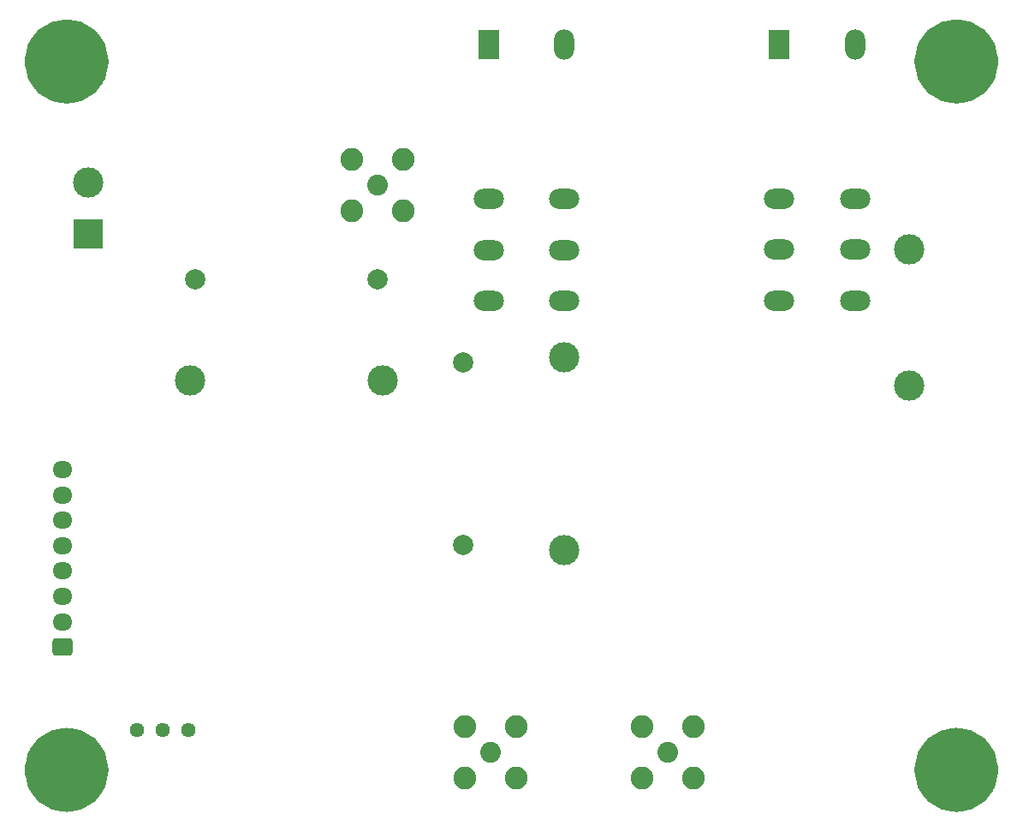
<source format=gbs>
%TF.GenerationSoftware,KiCad,Pcbnew,8.0.4*%
%TF.CreationDate,2024-09-14T12:23:51+09:30*%
%TF.ProjectId,TXRX_relay_board,54585258-5f72-4656-9c61-795f626f6172,1.2*%
%TF.SameCoordinates,Original*%
%TF.FileFunction,Soldermask,Bot*%
%TF.FilePolarity,Negative*%
%FSLAX46Y46*%
G04 Gerber Fmt 4.6, Leading zero omitted, Abs format (unit mm)*
G04 Created by KiCad (PCBNEW 8.0.4) date 2024-09-14 12:23:51*
%MOMM*%
%LPD*%
G01*
G04 APERTURE LIST*
G04 Aperture macros list*
%AMRoundRect*
0 Rectangle with rounded corners*
0 $1 Rounding radius*
0 $2 $3 $4 $5 $6 $7 $8 $9 X,Y pos of 4 corners*
0 Add a 4 corners polygon primitive as box body*
4,1,4,$2,$3,$4,$5,$6,$7,$8,$9,$2,$3,0*
0 Add four circle primitives for the rounded corners*
1,1,$1+$1,$2,$3*
1,1,$1+$1,$4,$5*
1,1,$1+$1,$6,$7*
1,1,$1+$1,$8,$9*
0 Add four rect primitives between the rounded corners*
20,1,$1+$1,$2,$3,$4,$5,0*
20,1,$1+$1,$4,$5,$6,$7,0*
20,1,$1+$1,$6,$7,$8,$9,0*
20,1,$1+$1,$8,$9,$2,$3,0*%
G04 Aperture macros list end*
%ADD10C,4.175000*%
%ADD11O,3.000000X2.000000*%
%ADD12R,2.000000X3.000000*%
%ADD13O,2.000000X3.000000*%
%ADD14R,3.000000X3.000000*%
%ADD15C,3.000000*%
%ADD16C,2.050000*%
%ADD17C,2.250000*%
%ADD18RoundRect,0.250000X0.725000X-0.600000X0.725000X0.600000X-0.725000X0.600000X-0.725000X-0.600000X0*%
%ADD19O,1.950000X1.700000*%
%ADD20C,1.440000*%
%ADD21C,2.000000*%
G04 APERTURE END LIST*
D10*
X73087500Y-64000000D02*
G75*
G02*
X68912500Y-64000000I-2087500J0D01*
G01*
X68912500Y-64000000D02*
G75*
G02*
X73087500Y-64000000I2087500J0D01*
G01*
X161087500Y-134000000D02*
G75*
G02*
X156912500Y-134000000I-2087500J0D01*
G01*
X156912500Y-134000000D02*
G75*
G02*
X161087500Y-134000000I2087500J0D01*
G01*
X73087500Y-134000000D02*
G75*
G02*
X68912500Y-134000000I-2087500J0D01*
G01*
X68912500Y-134000000D02*
G75*
G02*
X73087500Y-134000000I2087500J0D01*
G01*
X161087500Y-64000000D02*
G75*
G02*
X156912500Y-64000000I-2087500J0D01*
G01*
X156912500Y-64000000D02*
G75*
G02*
X161087500Y-64000000I2087500J0D01*
G01*
D11*
%TO.C,K1*%
X120250000Y-82622800D03*
X112750000Y-82622800D03*
X120250000Y-77582800D03*
X112750000Y-77582800D03*
X120250000Y-87662800D03*
X112750000Y-87662800D03*
D12*
X112750000Y-62322800D03*
D13*
X120250000Y-62322800D03*
%TD*%
D11*
%TO.C,K2*%
X149000000Y-82590000D03*
X141500000Y-82590000D03*
X149000000Y-77550000D03*
X141500000Y-77550000D03*
X149000000Y-87630000D03*
X141500000Y-87630000D03*
D12*
X141500000Y-62290000D03*
D13*
X149000000Y-62290000D03*
%TD*%
D14*
%TO.C,J1*%
X73152000Y-81026000D03*
D15*
X73152000Y-75946000D03*
%TD*%
D16*
%TO.C,J4*%
X130490808Y-132232500D03*
D17*
X133030808Y-129692500D03*
X127950808Y-129692500D03*
X133030808Y-134772500D03*
X127950808Y-134772500D03*
%TD*%
D15*
%TO.C,J5*%
X154300000Y-96000000D03*
%TD*%
D18*
%TO.C,J2*%
X70600000Y-121850000D03*
D19*
X70600000Y-119350000D03*
X70600000Y-116850000D03*
X70600000Y-114350000D03*
X70600000Y-111850000D03*
X70600000Y-109350000D03*
X70600000Y-106850000D03*
X70600000Y-104350000D03*
%TD*%
D16*
%TO.C,J3*%
X101727000Y-76200000D03*
D17*
X99187000Y-73660000D03*
X99187000Y-78740000D03*
X104267000Y-73660000D03*
X104267000Y-78740000D03*
%TD*%
D20*
%TO.C,RV1*%
X83075000Y-130096000D03*
X80535000Y-130096000D03*
X77995000Y-130096000D03*
%TD*%
D16*
%TO.C,R9*%
X112969808Y-132232500D03*
D17*
X110429808Y-129692500D03*
X110429808Y-134772500D03*
X115509808Y-129692500D03*
X115509808Y-134772500D03*
%TD*%
D15*
%TO.C,J6*%
X154300000Y-82550000D03*
%TD*%
%TO.C,L2*%
X120250000Y-93250000D03*
X120250000Y-112250000D03*
D21*
X110250000Y-111750000D03*
X110250000Y-93750000D03*
%TD*%
D15*
%TO.C,L1*%
X102250000Y-95500000D03*
X83250000Y-95500000D03*
D21*
X83750000Y-85500000D03*
X101750000Y-85500000D03*
%TD*%
M02*

</source>
